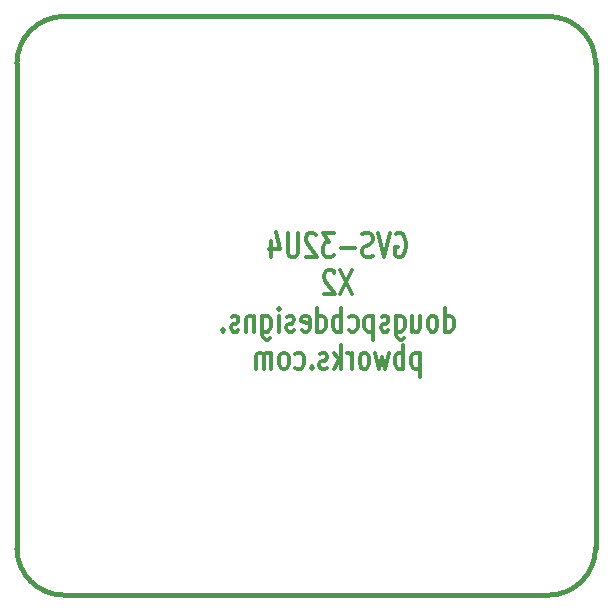
<source format=gbo>
G04 (created by PCBNEW (2013-03-19 BZR 4004)-stable) date 5/7/2013 1:55:13 PM*
%MOIN*%
G04 Gerber Fmt 3.4, Leading zero omitted, Abs format*
%FSLAX34Y34*%
G01*
G70*
G90*
G04 APERTURE LIST*
%ADD10C,2.3622e-006*%
%ADD11C,0.015*%
%ADD12C,0.012*%
G04 APERTURE END LIST*
G54D10*
G54D11*
X67291Y-48716D02*
X67291Y-32574D01*
X49574Y-50291D02*
X65716Y-50291D01*
X48000Y-32574D02*
X48000Y-48716D01*
X65716Y-31000D02*
X49574Y-31000D01*
X48000Y-48716D02*
G75*
G03X49574Y-50291I1574J0D01*
G74*
G01*
X65716Y-50291D02*
G75*
G03X67291Y-48716I0J1574D01*
G74*
G01*
X67291Y-32574D02*
G75*
G03X65716Y-31000I-1574J0D01*
G74*
G01*
X49574Y-31000D02*
G75*
G03X48000Y-32574I0J-1574D01*
G74*
G01*
G54D12*
X60628Y-38261D02*
X60685Y-38223D01*
X60771Y-38223D01*
X60857Y-38261D01*
X60914Y-38338D01*
X60942Y-38414D01*
X60971Y-38566D01*
X60971Y-38680D01*
X60942Y-38833D01*
X60914Y-38909D01*
X60857Y-38985D01*
X60771Y-39023D01*
X60714Y-39023D01*
X60628Y-38985D01*
X60600Y-38947D01*
X60600Y-38680D01*
X60714Y-38680D01*
X60428Y-38223D02*
X60228Y-39023D01*
X60028Y-38223D01*
X59857Y-38985D02*
X59771Y-39023D01*
X59628Y-39023D01*
X59571Y-38985D01*
X59542Y-38947D01*
X59514Y-38871D01*
X59514Y-38795D01*
X59542Y-38719D01*
X59571Y-38680D01*
X59628Y-38642D01*
X59742Y-38604D01*
X59800Y-38566D01*
X59828Y-38528D01*
X59857Y-38452D01*
X59857Y-38376D01*
X59828Y-38300D01*
X59800Y-38261D01*
X59742Y-38223D01*
X59600Y-38223D01*
X59514Y-38261D01*
X59257Y-38719D02*
X58800Y-38719D01*
X58571Y-38223D02*
X58200Y-38223D01*
X58400Y-38528D01*
X58314Y-38528D01*
X58257Y-38566D01*
X58228Y-38604D01*
X58200Y-38680D01*
X58200Y-38871D01*
X58228Y-38947D01*
X58257Y-38985D01*
X58314Y-39023D01*
X58485Y-39023D01*
X58542Y-38985D01*
X58571Y-38947D01*
X57971Y-38300D02*
X57942Y-38261D01*
X57885Y-38223D01*
X57742Y-38223D01*
X57685Y-38261D01*
X57657Y-38300D01*
X57628Y-38376D01*
X57628Y-38452D01*
X57657Y-38566D01*
X58000Y-39023D01*
X57628Y-39023D01*
X57371Y-38223D02*
X57371Y-38871D01*
X57342Y-38947D01*
X57314Y-38985D01*
X57257Y-39023D01*
X57142Y-39023D01*
X57085Y-38985D01*
X57057Y-38947D01*
X57028Y-38871D01*
X57028Y-38223D01*
X56485Y-38490D02*
X56485Y-39023D01*
X56628Y-38185D02*
X56771Y-38757D01*
X56400Y-38757D01*
X59185Y-39463D02*
X58785Y-40263D01*
X58785Y-39463D02*
X59185Y-40263D01*
X58585Y-39540D02*
X58557Y-39501D01*
X58500Y-39463D01*
X58357Y-39463D01*
X58300Y-39501D01*
X58271Y-39540D01*
X58242Y-39616D01*
X58242Y-39692D01*
X58271Y-39806D01*
X58614Y-40263D01*
X58242Y-40263D01*
X62271Y-41503D02*
X62271Y-40703D01*
X62271Y-41465D02*
X62328Y-41503D01*
X62442Y-41503D01*
X62499Y-41465D01*
X62528Y-41427D01*
X62557Y-41351D01*
X62557Y-41122D01*
X62528Y-41046D01*
X62499Y-41008D01*
X62442Y-40970D01*
X62328Y-40970D01*
X62271Y-41008D01*
X61899Y-41503D02*
X61957Y-41465D01*
X61985Y-41427D01*
X62014Y-41351D01*
X62014Y-41122D01*
X61985Y-41046D01*
X61957Y-41008D01*
X61899Y-40970D01*
X61814Y-40970D01*
X61757Y-41008D01*
X61728Y-41046D01*
X61699Y-41122D01*
X61699Y-41351D01*
X61728Y-41427D01*
X61757Y-41465D01*
X61814Y-41503D01*
X61899Y-41503D01*
X61185Y-40970D02*
X61185Y-41503D01*
X61442Y-40970D02*
X61442Y-41389D01*
X61414Y-41465D01*
X61357Y-41503D01*
X61271Y-41503D01*
X61214Y-41465D01*
X61185Y-41427D01*
X60642Y-40970D02*
X60642Y-41618D01*
X60671Y-41694D01*
X60699Y-41732D01*
X60757Y-41770D01*
X60842Y-41770D01*
X60899Y-41732D01*
X60642Y-41465D02*
X60699Y-41503D01*
X60814Y-41503D01*
X60871Y-41465D01*
X60899Y-41427D01*
X60928Y-41351D01*
X60928Y-41122D01*
X60899Y-41046D01*
X60871Y-41008D01*
X60814Y-40970D01*
X60699Y-40970D01*
X60642Y-41008D01*
X60385Y-41465D02*
X60328Y-41503D01*
X60214Y-41503D01*
X60157Y-41465D01*
X60128Y-41389D01*
X60128Y-41351D01*
X60157Y-41275D01*
X60214Y-41237D01*
X60299Y-41237D01*
X60357Y-41199D01*
X60385Y-41122D01*
X60385Y-41084D01*
X60357Y-41008D01*
X60299Y-40970D01*
X60214Y-40970D01*
X60157Y-41008D01*
X59871Y-40970D02*
X59871Y-41770D01*
X59871Y-41008D02*
X59814Y-40970D01*
X59699Y-40970D01*
X59642Y-41008D01*
X59614Y-41046D01*
X59585Y-41122D01*
X59585Y-41351D01*
X59614Y-41427D01*
X59642Y-41465D01*
X59699Y-41503D01*
X59814Y-41503D01*
X59871Y-41465D01*
X59071Y-41465D02*
X59128Y-41503D01*
X59242Y-41503D01*
X59299Y-41465D01*
X59328Y-41427D01*
X59357Y-41351D01*
X59357Y-41122D01*
X59328Y-41046D01*
X59299Y-41008D01*
X59242Y-40970D01*
X59128Y-40970D01*
X59071Y-41008D01*
X58814Y-41503D02*
X58814Y-40703D01*
X58814Y-41008D02*
X58757Y-40970D01*
X58642Y-40970D01*
X58585Y-41008D01*
X58557Y-41046D01*
X58528Y-41122D01*
X58528Y-41351D01*
X58557Y-41427D01*
X58585Y-41465D01*
X58642Y-41503D01*
X58757Y-41503D01*
X58814Y-41465D01*
X58014Y-41503D02*
X58014Y-40703D01*
X58014Y-41465D02*
X58071Y-41503D01*
X58185Y-41503D01*
X58242Y-41465D01*
X58271Y-41427D01*
X58299Y-41351D01*
X58299Y-41122D01*
X58271Y-41046D01*
X58242Y-41008D01*
X58185Y-40970D01*
X58071Y-40970D01*
X58014Y-41008D01*
X57499Y-41465D02*
X57557Y-41503D01*
X57671Y-41503D01*
X57728Y-41465D01*
X57757Y-41389D01*
X57757Y-41084D01*
X57728Y-41008D01*
X57671Y-40970D01*
X57557Y-40970D01*
X57499Y-41008D01*
X57471Y-41084D01*
X57471Y-41160D01*
X57757Y-41237D01*
X57242Y-41465D02*
X57185Y-41503D01*
X57071Y-41503D01*
X57014Y-41465D01*
X56985Y-41389D01*
X56985Y-41351D01*
X57014Y-41275D01*
X57071Y-41237D01*
X57157Y-41237D01*
X57214Y-41199D01*
X57242Y-41122D01*
X57242Y-41084D01*
X57214Y-41008D01*
X57157Y-40970D01*
X57071Y-40970D01*
X57014Y-41008D01*
X56728Y-41503D02*
X56728Y-40970D01*
X56728Y-40703D02*
X56757Y-40741D01*
X56728Y-40780D01*
X56699Y-40741D01*
X56728Y-40703D01*
X56728Y-40780D01*
X56185Y-40970D02*
X56185Y-41618D01*
X56214Y-41694D01*
X56242Y-41732D01*
X56300Y-41770D01*
X56385Y-41770D01*
X56442Y-41732D01*
X56185Y-41465D02*
X56242Y-41503D01*
X56357Y-41503D01*
X56414Y-41465D01*
X56442Y-41427D01*
X56471Y-41351D01*
X56471Y-41122D01*
X56442Y-41046D01*
X56414Y-41008D01*
X56357Y-40970D01*
X56242Y-40970D01*
X56185Y-41008D01*
X55900Y-40970D02*
X55900Y-41503D01*
X55900Y-41046D02*
X55871Y-41008D01*
X55814Y-40970D01*
X55728Y-40970D01*
X55671Y-41008D01*
X55642Y-41084D01*
X55642Y-41503D01*
X55385Y-41465D02*
X55328Y-41503D01*
X55214Y-41503D01*
X55157Y-41465D01*
X55128Y-41389D01*
X55128Y-41351D01*
X55157Y-41275D01*
X55214Y-41237D01*
X55300Y-41237D01*
X55357Y-41199D01*
X55385Y-41122D01*
X55385Y-41084D01*
X55357Y-41008D01*
X55300Y-40970D01*
X55214Y-40970D01*
X55157Y-41008D01*
X54871Y-41427D02*
X54842Y-41465D01*
X54871Y-41503D01*
X54900Y-41465D01*
X54871Y-41427D01*
X54871Y-41503D01*
X61428Y-42210D02*
X61428Y-43010D01*
X61428Y-42248D02*
X61371Y-42210D01*
X61257Y-42210D01*
X61199Y-42248D01*
X61171Y-42286D01*
X61142Y-42362D01*
X61142Y-42591D01*
X61171Y-42667D01*
X61199Y-42705D01*
X61257Y-42743D01*
X61371Y-42743D01*
X61428Y-42705D01*
X60885Y-42743D02*
X60885Y-41943D01*
X60885Y-42248D02*
X60828Y-42210D01*
X60714Y-42210D01*
X60657Y-42248D01*
X60628Y-42286D01*
X60600Y-42362D01*
X60600Y-42591D01*
X60628Y-42667D01*
X60657Y-42705D01*
X60714Y-42743D01*
X60828Y-42743D01*
X60885Y-42705D01*
X60400Y-42210D02*
X60285Y-42743D01*
X60171Y-42362D01*
X60057Y-42743D01*
X59942Y-42210D01*
X59628Y-42743D02*
X59685Y-42705D01*
X59714Y-42667D01*
X59742Y-42591D01*
X59742Y-42362D01*
X59714Y-42286D01*
X59685Y-42248D01*
X59628Y-42210D01*
X59542Y-42210D01*
X59485Y-42248D01*
X59457Y-42286D01*
X59428Y-42362D01*
X59428Y-42591D01*
X59457Y-42667D01*
X59485Y-42705D01*
X59542Y-42743D01*
X59628Y-42743D01*
X59171Y-42743D02*
X59171Y-42210D01*
X59171Y-42362D02*
X59142Y-42286D01*
X59114Y-42248D01*
X59057Y-42210D01*
X59000Y-42210D01*
X58800Y-42743D02*
X58800Y-41943D01*
X58742Y-42439D02*
X58571Y-42743D01*
X58571Y-42210D02*
X58800Y-42515D01*
X58342Y-42705D02*
X58285Y-42743D01*
X58171Y-42743D01*
X58114Y-42705D01*
X58085Y-42629D01*
X58085Y-42591D01*
X58114Y-42515D01*
X58171Y-42477D01*
X58257Y-42477D01*
X58314Y-42439D01*
X58342Y-42362D01*
X58342Y-42324D01*
X58314Y-42248D01*
X58257Y-42210D01*
X58171Y-42210D01*
X58114Y-42248D01*
X57828Y-42667D02*
X57800Y-42705D01*
X57828Y-42743D01*
X57857Y-42705D01*
X57828Y-42667D01*
X57828Y-42743D01*
X57285Y-42705D02*
X57342Y-42743D01*
X57457Y-42743D01*
X57514Y-42705D01*
X57542Y-42667D01*
X57571Y-42591D01*
X57571Y-42362D01*
X57542Y-42286D01*
X57514Y-42248D01*
X57457Y-42210D01*
X57342Y-42210D01*
X57285Y-42248D01*
X56942Y-42743D02*
X57000Y-42705D01*
X57028Y-42667D01*
X57057Y-42591D01*
X57057Y-42362D01*
X57028Y-42286D01*
X57000Y-42248D01*
X56942Y-42210D01*
X56857Y-42210D01*
X56800Y-42248D01*
X56771Y-42286D01*
X56742Y-42362D01*
X56742Y-42591D01*
X56771Y-42667D01*
X56800Y-42705D01*
X56857Y-42743D01*
X56942Y-42743D01*
X56485Y-42743D02*
X56485Y-42210D01*
X56485Y-42286D02*
X56457Y-42248D01*
X56400Y-42210D01*
X56314Y-42210D01*
X56257Y-42248D01*
X56228Y-42324D01*
X56228Y-42743D01*
X56228Y-42324D02*
X56200Y-42248D01*
X56142Y-42210D01*
X56057Y-42210D01*
X56000Y-42248D01*
X55971Y-42324D01*
X55971Y-42743D01*
M02*

</source>
